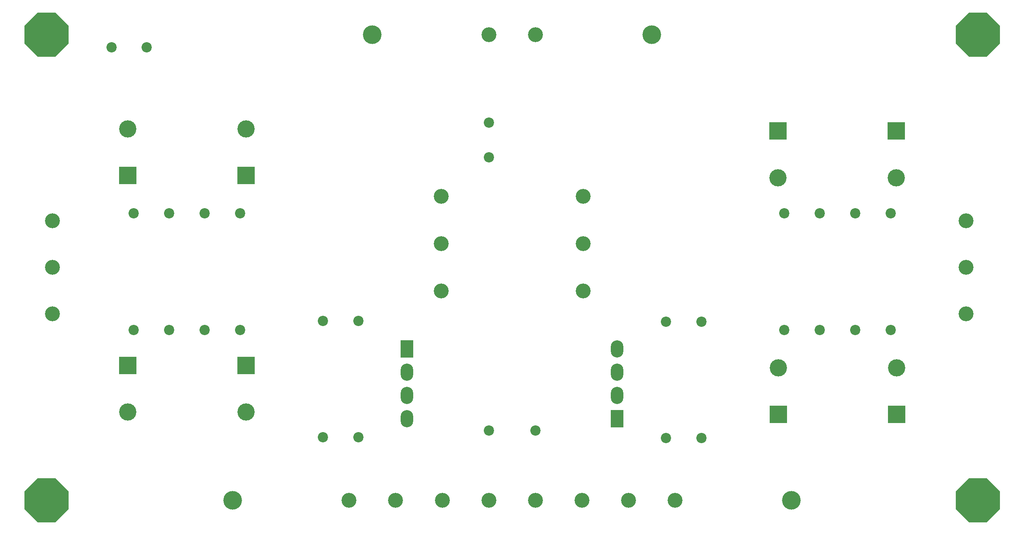
<source format=gbr>
G04 DipTrace 3.3.1.3*
G04 BottomMask.gbr*
%MOMM*%
G04 #@! TF.FileFunction,Soldermask,Bot*
G04 #@! TF.Part,Single*
%AMOUTLINE1*
4,1,8,
4.7194,1.95485,
4.7194,-1.95485,
1.95485,-4.7194,
-1.95485,-4.7194,
-4.7194,-1.95485,
-4.7194,1.95485,
-1.95485,4.7194,
1.95485,4.7194,
4.7194,1.95485,
0*%
%ADD13C,4.0*%
%ADD26C,3.2*%
%ADD29C,2.2*%
%ADD31R,3.7X3.7*%
%ADD33C,3.7*%
%ADD35R,2.7X3.7*%
%ADD37O,2.7X3.7*%
%ADD44OUTLINE1*%
%FSLAX35Y35*%
G04*
G71*
G90*
G75*
G01*
G04 BotMask*
%LPD*%
D26*
X11422000Y11651500D3*
X12422000D3*
X9422000Y1651500D3*
D37*
X9668000Y3901500D3*
Y4401500D3*
Y3401500D3*
D35*
Y4901500D3*
D37*
X14176000Y4401500D3*
Y3901500D3*
Y4901500D3*
D35*
Y3401500D3*
D33*
X3667000Y3548767D3*
D31*
Y4548767D3*
D33*
X6207000Y3548767D3*
D31*
Y4548767D3*
D33*
X3667000Y9628767D3*
D31*
Y8628767D3*
D33*
X6207000Y9628767D3*
D31*
Y8628767D3*
D33*
X17637000Y4492500D3*
D31*
Y3492500D3*
D33*
X20177000Y4492500D3*
D31*
Y3492500D3*
D33*
X17629000Y8580500D3*
D31*
Y9580500D3*
D33*
X20169000Y8580500D3*
D31*
Y9580500D3*
D29*
X11422000Y3151500D3*
X12422000D3*
D44*
X1922000Y1651500D3*
X21922000Y11651500D3*
Y1651500D3*
X1922000Y11651500D3*
D26*
X11422000Y1651500D3*
X12422000D3*
D13*
X14922000Y11651500D3*
X17922000Y1651500D3*
X8922000Y11651500D3*
X5922000Y1651500D3*
D26*
X10422000D3*
X13422000D3*
X15422000D3*
X10398000Y7159500D3*
Y6143500D3*
X13446000D3*
Y7159500D3*
X10398000Y8175500D3*
X13446000D3*
X2049000Y6651500D3*
X21668000D3*
D29*
X7858000Y3004500D3*
Y5504500D3*
X8620000Y3004500D3*
Y5504500D3*
X3794000Y7810500D3*
Y5310500D3*
X4556000Y7810500D3*
Y5310500D3*
X5318000Y7810500D3*
Y5310500D3*
X6080000Y7810500D3*
Y5310500D3*
X15224000Y5484500D3*
Y2984500D3*
X15986000Y5484500D3*
Y2984500D3*
X17764000Y7810500D3*
Y5310500D3*
X18526000Y7810500D3*
Y5310500D3*
X19288000Y7810500D3*
Y5310500D3*
X20050000Y7810500D3*
Y5310500D3*
D26*
X8422000Y1651500D3*
D29*
X11422000Y9014500D3*
Y9764500D3*
X4072000Y11376500D3*
X3322000D3*
D26*
X2049000Y7651500D3*
X21668000Y5651500D3*
X2049000D3*
X21668000Y7651500D3*
X14422000Y1651500D3*
M02*

</source>
